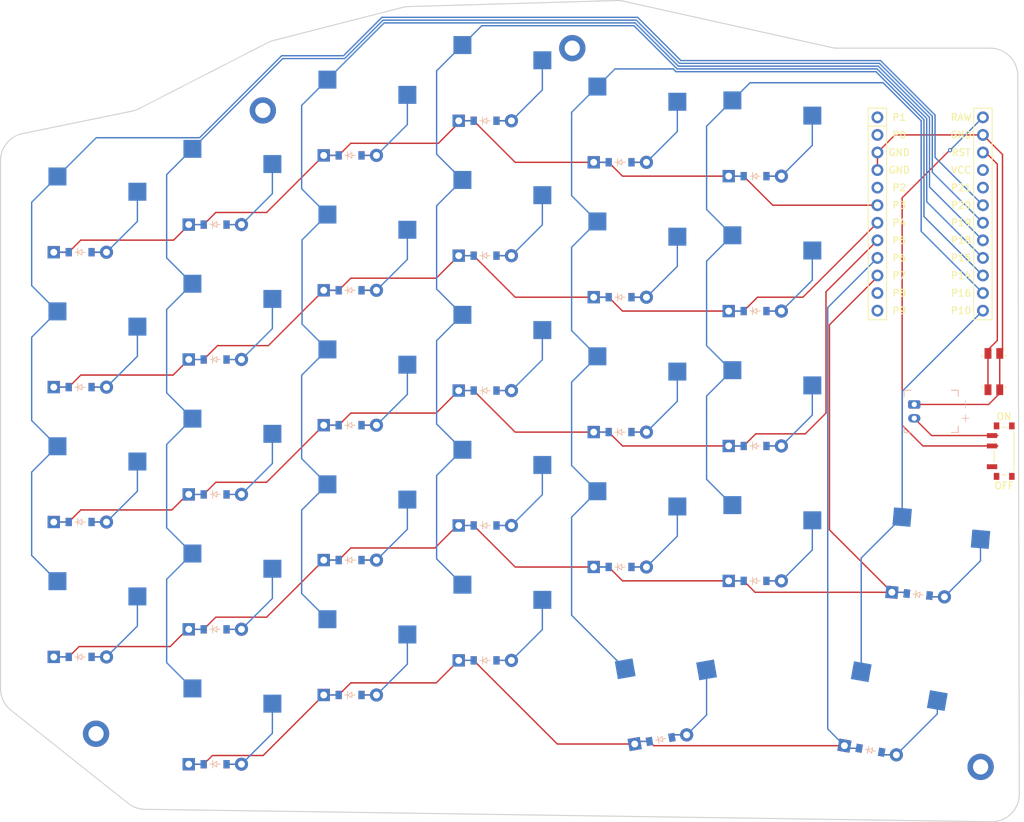
<source format=kicad_pcb>
(kicad_pcb (version 20241229) (generator "pcbnew") (generator_version "9.0")
  (title_block (title "left") (date "2025-06-02") (rev "v1.0.0") (company "Unknown"))
  (layers (0 "F.Cu" signal) (2 "B.Cu" signal) (13 "F.Paste" user) (15 "B.Paste" user) (5 "F.SilkS" user "F.Silkscreen") (7 "B.SilkS" user "B.Silkscreen") (1 "F.Mask" user) (3 "B.Mask" user) (25 "Edge.Cuts" user))
  (net 0 "")
  (net 1 "P20")
  (net 2 "outer_row0")
  (net 3 "outer_row1")
  (net 4 "outer_row2")
  (net 5 "outer_row3")
  (net 6 "P19")
  (net 7 "pinky_arrow")
  (net 8 "pinky_row0")
  (net 9 "pinky_row1")
  (net 10 "pinky_row2")
  (net 11 "pinky_row3")
  (net 12 "P18")
  (net 13 "ring_arrow")
  (net 14 "ring_row0")
  (net 15 "ring_row1")
  (net 16 "ring_row2")
  (net 17 "ring_row3")
  (net 18 "P15")
  (net 19 "middle_arrow")
  (net 20 "middle_row0")
  (net 21 "middle_row1")
  (net 22 "middle_row2")
  (net 23 "middle_row3")
  (net 24 "P14")
  (net 25 "index_row0")
  (net 26 "index_row1")
  (net 27 "index_row2")
  (net 28 "index_row3")
  (net 29 "P16")
  (net 30 "inner_row0")
  (net 31 "inner_row1")
  (net 32 "inner_row2")
  (net 33 "inner_row3")
  (net 34 "near_thumbs")
  (net 35 "P10")
  (net 36 "long_thumbs")
  (net 37 "one_bracket")
  (net 38 "P7")
  (net 39 "P5")
  (net 40 "P4")
  (net 41 "P3")
  (net 42 "P6")
  (net 43 "RAW")
  (net 44 "GND")
  (net 45 "RST")
  (net 46 "VCC")
  (net 47 "P21")
  (net 48 "P1")
  (net 49 "P0")
  (net 50 "P2")
  (net 51 "P8")
  (net 52 "P9")
  (net 53 "BAT_P")
  (footprint "ceoloide:mcu_nice_nano" (layer "F.Cu") (at 172.8 120.2)
    (property "Reference" "MCU1" (hide yes))
    (property "Value" "")
  )
  (footprint "ComboDiode" (layer "F.Cu") (at 171.064221 176.480974 -5)
    (property "Reference" "D30" (hide yes))
    (property "Value" "" (hide yes))
  )
  (footprint "PG1350" (layer "F.Cu") (at 147.5 111)
    (property "Reference" "S27" (hide yes))
    (property "Value" "" (hide yes))
  )
  (footprint "ComboDiode" (layer "F.Cu") (at 69.5 181.5)
    (property "Reference" "D6" (hide yes))
    (property "Value" "" (hide yes))
  )
  (footprint "PG1350" (layer "F.Cu") (at 89 186)
    (property "Reference" "S10" (hide yes))
    (property "Value" "" (hide yes))
  )
  (footprint "ComboDiode" (layer "F.Cu") (at 108.5 186)
    (property "Reference" "D15" (hide yes))
    (property "Value" "" (hide yes))
  )
  (footprint "PG1350" (layer "F.Cu") (at 108.5 142)
    (property "Reference" "S17" (hide yes))
    (property "Value" "" (hide yes))
  )
  (footprint "PG1350" (layer "F.Cu") (at 108.5 181)
    (property "Reference" "S15" (hide yes))
    (property "Value" "" (hide yes))
  )
  (footprint "ComboDiode" (layer "F.Cu") (at 133.868241 197.424039 10)
    (property "Reference" "D28" (hide yes))
    (property "Value" "" (hide yes))
  )
  (footprint "PG1350" (layer "F.Cu") (at 128 167.5)
    (property "Reference" "S20" (hide yes))
    (property "Value" "" (hide yes))
  )
  (footprint "ComboDiode" (layer "F.Cu") (at 128 114)
    (property "Reference" "D23" (hide yes))
    (property "Value" "" (hide yes))
  )
  (footprint "ComboDiode" (layer "F.Cu") (at 147.5 116)
    (property "Reference" "D27" (hide yes))
    (property "Value" "" (hide yes))
  )
  (footprint "ComboDiode" (layer "F.Cu") (at 147.5 135.5)
    (property "Reference" "D26" (hide yes))
    (property "Value" "" (hide yes))
  )
  (footprint "ceoloide:mounting_hole_plated" (layer "F.Cu") (at 180.089012 201.388685 -10)
    (property "Reference" "H3" (hide yes))
    (property "Value" "")
  )
  (footprint "ComboDiode" (layer "F.Cu") (at 50 146.5)
    (property "Reference" "D3" (hide yes))
    (property "Value" "" (hide yes))
  )
  (footprint "PG1350" (layer "F.Cu") (at 108.5 122.5)
    (property "Reference" "S18" (hide yes))
    (property "Value" "" (hide yes))
  )
  (footprint "PG1350" (layer "F.Cu") (at 50 122)
    (property "Reference" "S4" (hide yes))
    (property "Value" "" (hide yes))
  )
  (footprint "ComboDiode" (layer "F.Cu") (at 164.164148 198.986872 -10)
    (property "Reference" "D29" (hide yes))
    (property "Value" "" (hide yes))
  )
  (footprint "ceoloide:mounting_hole_plated" (layer "F.Cu") (at 52.3 196.6)
    (property "Reference" "H1" (hide yes))
    (property "Value" "")
  )
  (footprint "PG1350" (layer "F.Cu") (at 50 180.5)
    (property "Reference" "S1" (hide yes))
    (property "Value" "" (hide yes))
  )
  (footprint "PG1350" (layer "F.Cu") (at 128 128.5)
    (property "Reference" "S22" (hide yes))
    (property "Value" "" (hide yes))
  )
  (footprint "PG1350" (layer "F.Cu") (at 69.5 157)
    (property "Reference" "S7" (hide yes))
    (property "Value" "" (hide yes))
  )
  (footprint "PG1350" (layer "F.Cu") (at 108.5 103)
    (property "Reference" "S19" (hide yes))
    (property "Value" "" (hide yes))
  )
  (footprint "ComboDiode" (layer "F.Cu") (at 89 171.5)
    (property "Reference" "D11" (hide yes))
    (property "Value" "" (hide yes))
  )
  (footprint "ComboDiode" (layer "F.Cu") (at 89 113)
    (property "Reference" "D14" (hide yes))
    (property "Value" "" (hide yes))
  )
  (footprint "ComboDiode" (layer "F.Cu") (at 89 191)
    (property "Reference" "D10" (hide yes))
    (property "Value" "" (hide yes))
  )
  (footprint "PG1350" (layer "F.Cu") (at 89 127.5)
    (property "Reference" "S13" (hide yes))
    (property "Value" "" (hide yes))
  )
  (footprint "ComboDiode" (layer "F.Cu") (at 69.5 162)
    (property "Reference" "D7" (hide yes))
    (property "Value" "" (hide yes))
  )
  (footprint "PG1350" (layer "F.Cu") (at 50 141.5)
    (property "Reference" "S3" (hide yes))
    (property "Value" "" (hide yes))
  )
  (footprint "PG1350" (layer "F.Cu") (at 89 147)
    (property "Reference" "S12" (hide yes))
    (property "Value" "" (hide yes))
  )
  (footprint "ComboDiode" (layer "F.Cu") (at 128 153)
    (property "Reference" "D21" (hide yes))
    (property "Value" "" (hide yes))
  )
  (footprint "PG1350" (layer "F.Cu") (at 147.5 130.5)
    (property "Reference" "S26" (hide yes))
    (property "Value" "" (hide yes))
  )
  (footprint "ceoloide:power_switch_smd_side" (layer "F.Cu") (at 183.475 155.75)
    (property "Reference" "PWR1" (hide yes))
    (property "Value" "")
  )
  (footprint "PG1350" (layer "F.Cu") (at 128 109)
    (property "Reference" "S23" (hide yes))
    (property "Value" "" (hide yes))
  )
  (footprint "ComboDiode" (layer "F.Cu") (at 128 172.5)
    (property "Reference" "D20" (hide yes))
    (property "Value" "" (hide yes))
  )
  (footprint "ComboDiode" (layer "F.Cu") (at 50 185.5)
    (property "Reference" "D1" (hide yes))
    (property "Value" "" (hide yes))
  )
  (footprint "PG1350" (layer "F.Cu") (at 147.5 169.5)
    (property "Reference" "S24" (hide yes))
    (property "Value" "" (hide yes))
  )
  (footprint "ComboDiode" (layer "F.Cu") (at 147.5 174.5)
    (property "Reference" "D24" (hide yes))
    (property "Value" "" (hide yes))
  )
  (footprint "ComboDiode" (layer "F.Cu") (at 108.5 166.5)
    (property "Reference" "D16" (hide yes))
    (property "Value" "" (hide yes))
  )
  (footprint "ComboDiode" (layer "F.Cu") (at 69.5 142.5)
    (property "Reference" "D8" (hide yes))
    (property "Value" "" (hide yes))
  )
  (footprint "ComboDiode" (layer "F.Cu") (at 89 152)
    (property "Reference" "D12" (hide yes))
    (property "Value" "" (hide yes))
  )
  (footprint "ComboDiode" (layer "F.Cu") (at 147.5 155)
    (property "Reference" "D25" (hide yes))
    (property "Value" "" (hide yes))
  )
  (footprint "ComboDiode" (layer "F.Cu") (at 128 133.5)
    (property "Reference" "D22" (hide yes))
    (property "Value" "" (hide yes))
  )
  (footprint "ceoloide:reset_switch_smd_side" (layer "F.Cu") (at 182 144.25 -90)
    (property "Reference" "RST1" (hide yes))
    (property "Value" "")
  )
  (footprint "ComboDiode" (layer "F.Cu") (at 50 127)
    (property "Reference" "D4" (hide yes))
    (property "Value" "" (hide yes))
  )
  (footprint "PG1350" (layer "F.Cu") (at 89 166.5)
    (property "Reference" "S11" (hide yes))
    (property "Value" "" (hide yes))
  )
  (footprint "PG1350" (layer "F.Cu") (at 171.5 171.5 -5)
    (property "Reference" "S30" (hide yes))
    (property "Value" "" (hide yes))
  )
  (footprint "PG1350" (layer "F.Cu") (at 69.5 196)
    (property "Reference" "S5" (hide yes))
    (property "Value" "" (hide yes))
  )
  (footprint "PG1350" (layer "F.Cu") (at 165.032388 194.062834 -10)
    (property "Reference" "S29" (hide yes))
    (property "Value" "" (hide yes))
  )
  (footprint "ComboDiode" (layer "F.Cu") (at 69.5 201)
    (property "Reference" "D5" (hide yes))
    (property "Value" "" (hide yes))
  )
  (footprint "ComboDiode" (layer "F.Cu") (at 50 166)
    (property "Reference" "D2" (hide yes))
    (property "Value" "" (hide yes))
  )
  (footprint "PG1350" (layer "F.Cu") (at 133 192.5 10)
    (property "Reference" "S28" (hide yes))
    (property "Value" "" (hide yes))
  )
  (footprint "PG1350" (layer "F.Cu") (at 89 108)
    (property "Reference" "S14" (hide yes))
    (property "Value" "" (hide yes))
  )
  (footprint "PG1350" (layer "F.Cu") (at 69.5 137.5)
    (property "Reference" "S8" (hide yes))
    (property "Value" "" (hide yes))
  )
  (footprint "ceoloide:mounting_hole_plated" (layer "F.Cu") (at 76.4 106.5)
    (property "Reference" "H2" (hide yes))
    (property "Value" "")
  )
  (footprint "PG1350" (layer "F.Cu") (at 147.5 150)
    (property "Reference" "S25" (hide yes))
    (property "Value" "" (hide yes))
  )
  (footprint "ComboDiode" (layer "F.Cu") (at 69.5 123)
    (property "Reference" "D9" (hide yes))
    (property "Value" "" (hide yes))
  )
  (footprint "PG1350" (layer "F.Cu") (at 128 148)
    (property "Reference" "S21" (hide yes))
    (property "Value" "" (hide yes))
  )
  (footprint "ComboDiode" (layer "F.Cu") (at 108.5 127.5)
    (property "Reference" "D18" (hide yes))
    (property "Value" "" (hide yes))
  )
  (footprint "PG1350" (layer "F.Cu") (at 108.5 161.5)
    (property "Reference" "S16" (hide yes))
    (property "Value" "" (hide yes))
  )
  (footprint "PG1350" (layer "F.Cu") (at 50 161)
    (property "Reference" "S2" (hide yes))
    (property "Value" "" (hide yes))
  )
  (footprint "PG1350" (layer "F.Cu") (at 69.5 176.5)
    (property "Reference" "S6" (hide yes))
    (property "Value" "" (hide yes))
  )
  (footprint "ComboDiode" (layer "F.Cu") (at 89 132.5)
    (property "Reference" "D13" (hide yes))
    (property "Value" "" (hide yes))
  )
  (footprint "ComboDiode" (layer "F.Cu") (at 108.5 108)
    (property "Reference" "D19" (hide yes))
    (property "Value" "" (hide yes))
  )
  (footprint "PG1350" (layer "F.Cu") (at 69.5 118)
    (property "Reference" "S9" (hide yes))
    (property "Value" "" (hide yes))
  )
  (footprint "ceoloide:mounting_hole_plated" (layer "F.Cu") (at 121.1 97.5)
    (property "Reference" "H4" (hide yes))
    (property "Value" "")
  )
  (footprint "ComboDiode" (layer "F.Cu") (at 108.5 147)
    (property "Reference" "D17" (hide yes))
    (property "Value" "" (hide yes))
  )
  (footprint "ceoloide:battery_connector_jst_ph_2" (layer "B.Cu") (at 170.5 150 90)
    (property "Reference" "JST1" (hide yes))
    (property "Value" "")
  )
  (gr_arc (start 96.56818 91.610723) (mid 97.003456 91.52452) (end 97.445602 91.487063) (stroke (width 0.15)) (layer "Edge.Cuts"))
  (gr_arc (start 181.458429 97.5) (mid 184.283853 98.668601) (end 185.45842 101.491562) (stroke (width 0.15)) (layer "Edge.Cuts"))
  (gr_arc (start 159.43978 97.5) (mid 159.002635 97.476039) (end 158.570725 97.404452) (stroke (width 0.15)) (layer "Edge.Cuts"))
  (gr_arc (start 185.677431 205.314074) (mid 184.487949 208.168749) (end 181.618489 209.322077) (stroke (width 0.15)) (layer "Edge.Cuts"))
  (gr_line (start 128.486717 90.708334) (end 158.570725 97.404452) (stroke (width 0.15)) (layer "Edge.Cuts"))
  (gr_line (start 38.5 190.069777) (end 38.5 113.762775) (stroke (width 0.15)) (layer "Edge.Cuts"))
  (gr_line (start 97.445602 91.487063) (end 127.501582 90.61447) (stroke (width 0.15)) (layer "Edge.Cuts"))
  (gr_arc (start 59.362956 207.520089) (mid 58.076001 207.287295) (end 56.932931 206.651817) (stroke (width 0.15)) (layer "Edge.Cuts"))
  (gr_line (start 56.932931 206.651817) (end 40.011024 193.20107) (stroke (width 0.15)) (layer "Edge.Cuts"))
  (gr_arc (start 38.5 113.762775) (mid 39.400404 111.234459) (end 41.696224 109.844364) (stroke (width 0.15)) (layer "Edge.Cuts"))
  (gr_line (start 185.45842 101.491562) (end 185.677431 205.314074) (stroke (width 0.15)) (layer "Edge.Cuts"))
  (gr_arc (start 77.101762 96.704225) (mid 77.508849 96.523337) (end 77.933526 96.388839) (stroke (width 0.15)) (layer "Edge.Cuts"))
  (gr_line (start 77.933526 96.388839) (end 96.56818 91.610723) (stroke (width 0.15)) (layer "Edge.Cuts"))
  (gr_arc (start 127.501582 90.61447) (mid 127.997064 90.630815) (end 128.486717 90.708334) (stroke (width 0.15)) (layer "Edge.Cuts"))
  (gr_line (start 181.618489 209.322077) (end 59.362956 207.520089) (stroke (width 0.15)) (layer "Edge.Cuts"))
  (gr_arc (start 40.011024 193.20107) (mid 38.897516 191.808179) (end 38.5 190.069777) (stroke (width 0.15)) (layer "Edge.Cuts"))
  (gr_line (start 159.43978 97.5) (end 181.458429 97.5) (stroke (width 0.15)) (layer "Edge.Cuts"))
  (gr_arc (start 58.486214 106.250659) (mid 57.987677 106.464953) (end 57.464724 106.6098) (stroke (width 0.15)) (layer "Edge.Cuts"))
  (gr_line (start 58.486214 106.250659) (end 77.101762 96.704225) (stroke (width 0.15)) (layer "Edge.Cuts"))
  (gr_line (start 41.696224 109.844364) (end 57.464724 106.6098) (stroke (width 0.15)) (layer "Edge.Cuts"))
  (segment (start 43 151.325) (end 46.725 155.05) (width 0.2) (layer "B.Cu") (net 1))
  (segment (start 79.1089 98.599) (end 88.0418 98.599) (width 0.2) (layer "B.Cu") (net 1))
  (segment (start 165.6325 99.297) (end 173.505 107.1695) (width 0.2) (layer "B.Cu") (net 1))
  (segment (start 67.2589 110.449) (end 79.1089 98.599) (width 0.2) (layer "B.Cu") (net 1))
  (segment (start 46.725 116.05) (end 52.326 110.449) (width 0.2) (layer "B.Cu") (net 1))
  (segment (start 43 158.775) (end 43 170.825) (width 0.2) (layer "B.Cu") (net 1))
  (segment (start 43 139.275) (end 43 151.325) (width 0.2) (layer "B.Cu") (net 1))
  (segment (start 46.725 135.55) (end 43 139.275) (width 0.2) (layer "B.Cu") (net 1))
  (segment (start 130.547 93.047) (end 136.797 99.297) (width 0.2) (layer "B.Cu") (net 1))
  (segment (start 88.0418 98.599) (end 93.5938 93.047) (width 0.2) (layer "B.Cu") (net 1))
  (segment (start 173.505 113.285) (end 180.42 120.2) (width 0.2) (layer "B.Cu") (net 1))
  (segment (start 43 131.825) (end 46.725 135.55) (width 0.2) (layer "B.Cu") (net 1))
  (segment (start 93.5938 93.047) (end 130.547 93.047) (width 0.2) (layer "B.Cu") (net 1))
  (segment (start 136.797 99.297) (end 165.6325 99.297) (width 0.2) (layer "B.Cu") (net 1))
  (segment (start 46.725 116.05) (end 43 119.775) (width 0.2) (layer "B.Cu") (net 1))
  (segment (start 52.326 110.449) (end 67.2589 110.449) (width 0.2) (layer "B.Cu") (net 1))
  (segment (start 46.725 155.05) (end 43 158.775) (width 0.2) (layer "B.Cu") (net 1))
  (segment (start 173.505 107.1695) (end 173.505 113.285) (width 0.2) (layer "B.Cu") (net 1))
  (segment (start 43 119.775) (end 43 131.825) (width 0.2) (layer "B.Cu") (net 1))
  (segment (start 43 170.825) (end 46.725 174.55) (width 0.2) (layer "B.Cu") (net 1))
  (segment (start 53.81 185.5) (end 51.65 185.5) (width 0.2) (layer "F.Cu") (net 2))
  (segment (start 58.275 181.035) (end 53.81 185.5) (width 0.2) (layer "B.Cu") (net 2))
  (segment (start 53.81 185.5) (end 51.65 185.5) (width 0.2) (layer "B.Cu") (net 2))
  (segment (start 58.275 176.75) (end 58.275 181.035) (width 0.2) (layer "B.Cu") (net 2))
  (segment (start 53.81 166) (end 51.65 166) (width 0.2) (layer "F.Cu") (net 3))
  (segment (start 58.275 157.25) (end 58.275 161.535) (width 0.2) (layer "B.Cu") (net 3))
  (segment (start 58.275 161.535) (end 53.81 166) (width 0.2) (layer "B.Cu") (net 3))
  (segment (start 53.81 166) (end 51.65 166) (width 0.2) (layer "B.Cu") (net 3))
  (segment (start 53.81 146.5) (end 51.65 146.5) (width 0.2) (layer "F.Cu") (net 4))
  (segment (start 53.81 146.5) (end 51.65 146.5) (width 0.2) (layer "B.Cu") (net 4))
  (segment (start 58.275 137.75) (end 58.275 142.035) (width 0.2) (layer "B.Cu") (net 4))
  (segment (start 58.275 142.035) (end 53.81 146.5) (width 0.2) (layer "B.Cu") (net 4))
  (segment (start 53.81 127) (end 51.65 127) (width 0.2) (layer "F.Cu") (net 5))
  (segment (start 58.275 118.25) (end 58.275 122.535) (width 0.2) (layer "B.Cu") (net 5))
  (segment (start 58.275 122.535) (end 53.81 127) (width 0.2) (layer "B.Cu") (net 5))
  (segment (start 53.81 127) (end 51.65 127) (width 0.2) (layer "B.Cu") (net 5))
  (segment (start 62.5 127.825) (end 66.225 131.55) (width 0.2) (layer "B.Cu") (net 6))
  (segment (start 66.225 112.05) (end 62.5 115.775) (width 0.2) (layer "B.Cu") (net 6))
  (segment (start 62.5 135.275) (end 62.5 147.325) (width 0.2) (layer "B.Cu") (net 6))
  (segment (start 136.5822 99.698) (end 165.4664 99.698) (width 0.2) (layer "B.Cu") (net 6))
  (segment (start 62.5 147.325) (end 66.225 151.05) (width 0.2) (layer "B.Cu") (net 6))
  (segment (start 93.7599 93.448) (end 130.3322 93.448) (width 0.2) (layer "B.Cu") (net 6))
  (segment (start 62.5 115.775) (end 62.5 127.825) (width 0.2) (layer "B.Cu") (net 6))
  (segment (start 66.225 151.05) (end 62.5 154.775) (width 0.2) (layer "B.Cu") (net 6))
  (segment (start 66.225 112.05) (end 79.275 99) (width 0.2) (layer "B.Cu") (net 6))
  (segment (start 66.225 131.55) (end 62.5 135.275) (width 0.2) (layer "B.Cu") (net 6))
  (segment (start 66.225 170.55) (end 62.5 174.275) (width 0.2) (layer "B.Cu") (net 6))
  (segment (start 165.4664 99.698) (end 173.104 107.3356) (width 0.2) (layer "B.Cu") (net 6))
  (segment (start 62.5 154.775) (end 62.5 166.825) (width 0.2) (layer "B.Cu") (net 6))
  (segment (start 173.104 107.3356) (end 173.104 115.424) (width 0.2) (layer "B.Cu") (net 6))
  (segment (start 79.275 99) (end 88.2079 99) (width 0.2) (layer "B.Cu") (net 6))
  (segment (start 62.5 186.325) (end 66.225 190.05) (width 0.2) (layer "B.Cu") (net 6))
  (segment (start 173.104 115.424) (end 180.42 122.74) (width 0.2) (layer "B.Cu") (net 6))
  (segment (start 130.3322 93.448) (end 136.5822 99.698) (width 0.2) (layer "B.Cu") (net 6))
  (segment (start 62.5 166.825) (end 66.225 170.55) (width 0.2) (layer "B.Cu") (net 6))
  (segment (start 88.2079 99) (end 93.7599 93.448) (width 0.2) (layer "B.Cu") (net 6))
  (segment (start 62.5 174.275) (end 62.5 186.325) (width 0.2) (layer "B.Cu") (net 6))
  (segment (start 73.31 201) (end 71.15 201) (width 0.2) (layer "F.Cu") (net 7))
  (segment (start 73.31 201) (end 71.15 201) (width 0.2) (layer "B.Cu") (net 7))
  (segment (start 77.775 192.25) (end 77.775 196.535) (width 0.2) (layer "B.Cu") (net 7))
  (segment (start 77.775 196.535) (end 73.31 201) (width 0.2) (layer "B.Cu") (net 7))
  (segment (start 73.31 181.5) (end 71.15 181.5) (width 0.2) (layer "F.Cu") (net 8))
  (segment (start 77.775 177.035) (end 73.31 181.5) (width 0.2) (layer "B.Cu") (net 8))
  (segment (start 77.775 172.75) (end 77.775 177.035) (width 0.2) (layer "B.Cu") (net 8))
  (segment (start 73.31 181.5) (end 71.15 181.5) (width 0.2) (layer "B.Cu") (net 8))
  (segment (start 73.31 162) (end 71.15 162) (width 0.2) (layer "F.Cu") (net 9))
  (segment (start 77.775 153.25) (end 77.775 157.535) (width 0.2) (layer "B.Cu") (net 9))
  (segment (start 77.775 157.535) (end 73.31 162) (width 0.2) (layer "B.Cu") (net 9))
  (segment (start 73.31 162) (end 71.15 162) (width 0.2) (layer "B.Cu") (net 9))
  (segment (start 73.31 142.5) (end 71.15 142.5) (width 0.2) (layer "F.Cu") (net 10))
  (segment (start 73.31 142.5) (end 71.15 142.5) (width 0.2) (layer "B.Cu") (net 10))
  (segment (start 77.775 138.035) (end 73.31 142.5) (width 0.2) (layer "B.Cu") (net 10))
  (segment (start 77.775 133.75) (end 77.775 138.035) (width 0.2) (layer "B.Cu") (net 10))
  (segment (start 73.31 123) (end 71.15 123) (width 0.2) (layer "F.Cu") (net 11))
  (segment (start 77.775 114.25) (end 77.775 118.535) (width 0.2) (layer "B.Cu") (net 11))
  (segment (start 77.775 118.535) (end 73.31 123) (width 0.2) (layer "B.Cu") (net 11))
  (segment (start 73.31 123) (end 71.15 123) (width 0.2) (layer "B.Cu") (net 11))
  (segment (start 172.703 107.5017) (end 172.703 117.563) (width 0.2) (layer "B.Cu") (net 12))
  (segment (start 82.059376 137.384376) (end 85.725 141.05) (width 0.2) (layer "B.Cu") (net 12))
  (segment (start 172.703 117.563) (end 180.42 125.28) (width 0.2) (layer "B.Cu") (net 12))
  (segment (start 85.725 102.05) (end 82 105.775) (width 0.2) (layer "B.Cu") (net 12))
  (segment (start 82 176.325) (end 85.725 180.05) (width 0.2) (layer "B.Cu") (net 12))
  (segment (start 82.059376 125.215624) (end 82.059376 137.384376) (width 0.2) (layer "B.Cu") (net 12))
  (segment (start 85.725 102.05) (end 93.926 93.849) (width 0.2) (layer "B.Cu") (net 12))
  (segment (start 82 105.775) (end 82 117.825) (width 0.2) (layer "B.Cu") (net 12))
  (segment (start 82 117.825) (end 85.725 121.55) (width 0.2) (layer "B.Cu") (net 12))
  (segment (start 85.725 160.55) (end 82 164.275) (width 0.2) (layer "B.Cu") (net 12))
  (segment (start 130.1661 93.849) (end 136.4161 100.099) (width 0.2) (layer "B.Cu") (net 12))
  (segment (start 82 156.825) (end 85.725 160.55) (width 0.2) (layer "B.Cu") (net 12))
  (segment (start 165.3003 100.099) (end 172.703 107.5017) (width 0.2) (layer "B.Cu") (net 12))
  (segment (start 82 144.775) (end 82 156.825) (width 0.2) (layer "B.Cu") (net 12))
  (segment (start 85.725 121.55) (end 82.059376 125.215624) (width 0.2) (layer "B.Cu") (net 12))
  (segment (start 136.4161 100.099) (end 165.3003 100.099) (width 0.2) (layer "B.Cu") (net 12))
  (segment (start 93.926 93.849) (end 130.1661 93.849) (width 0.2) (layer "B.Cu") (net 12))
  (segment (start 82 164.275) (end 82 176.325) (width 0.2) (layer "B.Cu") (net 12))
  (segment (start 85.725 141.05) (end 82 144.775) (width 0.2) (layer "B.Cu") (net 12))
  (segment (start 92.81 191) (end 90.65 191) (width 0.2) (layer "F.Cu") (net 13))
  (segment (start 97.275 182.25) (end 97.275 186.535) (width 0.2) (layer "B.Cu") (net 13))
  (segment (start 97.275 186.535) (end 92.81 191) (width 0.2) (layer "B.Cu") (net 13))
  (segment (start 92.81 191) (end 90.65 191) (width 0.2) (layer "B.Cu") (net 13))
  (segment (start 92.81 171.5) (end 90.65 171.5) (width 0.2) (layer "F.Cu") (net 14))
  (segment (start 97.275 167.035) (end 92.81 171.5) (width 0.2) (layer "B.Cu") (net 14))
  (segment (start 97.275 162.75) (end 97.275 167.035) (width 0.2) (layer "B.Cu") (net 14))
  (segment (start 92.81 171.5) (end 90.65 171.5) (width 0.2) (layer "B.Cu") (net 14))
  (segment (start 92.81 152) (end 90.65 152) (width 0.2) (layer "F.Cu") (net 15))
  (segment (start 97.275 147.535) (end 92.81 152) (width 0.2) (layer "B.Cu") (net 15))
  (segment (start 97.275 143.25) (end 97.275 147.535) (width 0.2) (layer "B.Cu") (net 15))
  (segment (start 92.81 152) (end 90.65 152) (width 0.2) (layer "B.Cu") (net 15))
  (segment (start 92.81 132.5) (end 90.65 132.5) (width 0.2) (layer "F.Cu") (net 16))
  (segment (start 92.81 132.5) (end 90.65 132.5) (width 0.2) (layer "B.Cu") (net 16))
  (segment (start 97.275 128.035) (end 92.81 132.5) (width 0.2) (layer "B.Cu") (net 16))
  (segment (start 97.275 123.75) (end 97.275 128.035) (width 0.2) (layer "B.Cu") (net 16))
  (segment (start 90.65 113) (end 92.81 113) (width 0.2) (layer "F.Cu") (net 17))
  (segment (start 97.275 104.25) (end 97.275 108.535) (width 0.2) (layer "B.Cu") (net 17))
  (segment (start 92.81 113) (end 90.65 113) (width 0.2) (layer "B.Cu") (net 17))
  (segment (start 97.275 108.535) (end 92.81 113) (width 0.2) (layer "B.Cu") (net 17))
  (segment (start 101.5 151.825) (end 105.225 155.55) (width 0.2) (layer "B.Cu") (net 18))
  (segment (start 105.225 155.55) (end 101.5 159.275) (width 0.2) (layer "B.Cu") (net 18))
  (segment (start 101.5 132.325) (end 105.225 136.05) (width 0.2) (layer "B.Cu") (net 18))
  (segment (start 105.225 97.05) (end 108.025 94.25) (width 0.2) (layer "B.Cu") (net 18))
  (segment (start 101.5 159.275) (end 101.5 171.325) (width 0.2) (layer "B.Cu") (net 18))
  (segment (start 172.302 107.6678) (end 172.302 119.702) (width 0.2) (layer "B.Cu") (net 18))
  (segment (start 105.225 116.55) (end 101.5 120.275) (width 0.2) (layer "B.Cu") (net 18))
  (segment (start 101.5 171.325) (end 105.225 175.05) (width 0.2) (layer "B.Cu") (net 18))
  (segment (start 130 94.25) (end 136.25 100.5) (width 0.2) (layer "B.Cu") (net 18))
  (segment (start 108.025 94.25) (end 130 94.25) (width 0.2) (layer "B.Cu") (net 18))
  (segment (start 101.5 100.775) (end 101.5 112.825) (width 0.2) (layer "B.Cu") (net 18))
  (segment (start 101.5 139.775) (end 101.5 151.825) (width 0.2) (layer "B.Cu") (net 18))
  (segment (start 105.225 136.05) (end 101.5 139.775) (width 0.2) (layer "B.Cu") (net 18))
  (segment (start 172.302 119.702) (end 180.42 127.82) (width 0.2) (layer "B.Cu") (net 18))
  (segment (start 101.5 112.825) (end 105.225 116.55) (width 0.2) (layer "B.Cu") (net 18))
  (segment (start 105.225 97.05) (end 101.5 100.775) (width 0.2) (layer "B.Cu") (net 18))
  (segment (start 101.5 120.275) (end 101.5 132.325) (width 0.2) (layer "B.Cu") (net 18))
  (segment (start 136.25 100.5) (end 165.1342 100.5) (width 0.2) (layer "B.Cu") (net 18))
  (segment (start 165.1342 100.5) (end 172.302 107.6678) (width 0.2) (layer "B.Cu") (net 18))
  (segment (start 112.31 186) (end 110.15 186) (width 0.2) (layer "F.Cu") (net 19))
  (segment (start 112.31 186) (end 110.15 186) (width 0.2) (layer "B.Cu") (net 19))
  (segment (start 116.775 181.535) (end 112.31 186) (width 0.2) (layer "B.Cu") (net 19))
  (segment (start 116.775 177.25) (end 116.775 181.535) (width 0.2) (layer "B.Cu") (net 19))
  (segment (start 112.31 166.5) (end 110.15 166.5) (width 0.2) (layer "F.Cu") (net 20))
  (segment (start 116.775 162.035) (end 112.31 166.5) (width 0.2) (layer "B.Cu") (net 20))
  (segment (start 112.31 166.5) (end 110.15 166.5) (width 0.2) (layer "B.Cu") (net 20))
  (segment (start 116.775 157.75) (end 116.775 162.035) (width 0.2) (layer "B.Cu") (net 20))
  (segment (start 112.31 147) (end 110.15 147) (width 0.2) (layer "F.Cu") (net 21))
  (segment (start 116.775 142.535) (end 112.31 147) (width 0.2) (layer "B.Cu") (net 21))
  (segment (start 112.31 147) (end 110.15 147) (width 0.2) (layer "B.Cu") (net 21))
  (segment (start 116.775 138.25) (end 116.775 142.535) (width 0.2) (layer "B.Cu") (net 21))
  (segment (start 112.31 127.5) (end 110.15 127.5) (width 0.2) (layer "F.Cu") (net 22))
  (segment (start 116.775 123.035) (end 112.31 127.5) (width 0.2) (layer "B.Cu") (net 22))
  (segment (start 116.775 118.75) (end 116.775 123.035) (width 0.2) (layer "B.Cu") (net 22))
  (segment (start 112.31 127.5) (end 110.15 127.5) (width 0.2) (layer "B.Cu") (net 22))
  (segment (start 112.31 108) (end 110.15 108) (width 0.2) (layer "F.Cu") (net 23))
  (segment (start 116.775 99.25) (end 116.775 103.535) (width 0.2) (layer "B.Cu") (net 23))
  (segment (start 116.775 103.535) (end 112.31 108) (width 0.2) (layer "B.Cu") (net 23))
  (segment (start 112.31 108) (end 110.15 108) (width 0.2) (layer "B.Cu") (net 23))
  (segment (start 124.725 142.05) (end 121 145.775) (width 0.2) (layer "B.Cu") (net 24))
  (segment (start 127.275 100.5) (end 135.6829 100.5) (width 0.2) (layer "B.Cu") (net 24))
  (segment (start 121 138.325) (end 124.725 142.05) (width 0.2) (layer "B.Cu") (net 24))
  (segment (start 171.901 121.841) (end 180.42 130.36) (width 0.2) (layer "B.Cu") (net 24))
  (segment (start 121 126.275) (end 121 138.325) (width 0.2) (layer "B.Cu") (net 24))
  (segment (start 124.725 103.05) (end 127.275 100.5) (width 0.2) (layer "B.Cu") (net 24))
  (segment (start 124.725 161.55) (end 121 165.275) (width 0.2) (layer "B.Cu") (net 24))
  (segment (start 136.0839 100.901) (end 164.9681 100.901) (width 0.2) (layer "B.Cu") (net 24))
  (segment (start 124.725 103.05) (end 121 106.775) (width 0.2) (layer "B.Cu") (net 24))
  (segment (start 121 179.467544) (end 128.741548 187.209092) (width 0.2) (layer "B.Cu") (net 24))
  (segment (start 121 157.825) (end 124.725 161.55) (width 0.2) (layer "B.Cu") (net 24))
  (segment (start 171.901 107.8339) (end 171.901 121.841) (width 0.2) (layer "B.Cu") (net 24))
  (segment (start 135.6829 100.5) (end 136.0839 100.901) (width 0.2) (layer "B.Cu") (net 24))
  (segment (start 121 145.775) (end 121 157.825) (width 0.2) (layer "B.Cu") (net 24))
  (segment (start 124.725 122.55) (end 121 126.275) (width 0.2) (layer "B.Cu") (net 24))
  (segment (start 121 106.775) (end 121 118.825) (width 0.2) (layer "B.Cu") (net 24))
  (segment (start 164.9681 100.901) (end 171.901 107.8339) (width 0.2) (layer "B.Cu") (net 24))
  (segment (start 121 165.275) (end 121 179.467544) (width 0.2) (layer "B.Cu") (net 24))
  (segment (start 121 118.825) (end 124.725 122.55) (width 0.2) (layer "B.Cu") (net 24))
  (segment (start 131.81 172.5) (end 129.65 172.5) (width 0.2) (layer "F.Cu") (net 25))
  (segment (start 131.81 172.5) (end 129.65 172.5) (width 0.2) (layer "B.Cu") (net 25))
  (segment (start 136.275 168.035) (end 131.81 172.5) (width 0.2) (layer "B.Cu") (net 25))
  (segment (start 136.275 163.75) (end 136.275 168.035) (width 0.2) (layer "B.Cu") (net 25))
  (segment (start 131.81 153) (end 129.65 153) (width 0.2) (layer "F.Cu") (net 26))
  (segment (start 136.275 144.25) (end 136.275 148.535) (width 0.2) (layer "B.Cu") (net 26))
  (segment (start 131.81 153) (end 129.65 153) (width 0.2) (layer "B.Cu") (net 26))
  (segment (start 136.275 148.535) (end 131.81 153) (width 0.2) (layer "B.Cu") (net 26))
  (segment (start 131.81 133.5) (end 129.65 133.5) (width 0.2) (layer "F.Cu") (net 27))
  (segment (start 136.275 129.035) (end 131.81 133.5) (width 0.2) (layer "B.Cu") (net 27))
  (segment (start 131.81 133.5) (end 129.65 133.5) (width 0.2) (layer "B.Cu") (net 27))
  (segment (start 136.275 124.75) (end 136.275 129.035) (width 0.2) (layer "B.Cu") (net 27))
  (segment (start 131.81 114) (end 129.65 114) (width 0.2) (layer "F.Cu") (net 28))
  (segment (start 131.81 114) (end 129.65 114) (width 0.2) (layer "B.Cu") (net 28))
  (segment (start 136.275 109.535) (end 131.81 114) (width 0.2) (layer "B.Cu") (net 28))
  (segment (start 136.275 105.25) (end 136.275 109.535) (width 0.2) (layer "B.Cu") (net 28))
  (segment (start 171.5 123.98) (end 180.42 132.9) (width 0.2) (layer "B.Cu") (net 29))
  (segment (start 140.5 108.775) (end 140.5 120.825) (width 0.2) (layer "B.Cu") (net 29))
  (segment (start 144.225 105.05) (end 146.775 102.5) (width 0.2) (layer "B.Cu") (net 29))
  (segment (start 140.5 147.775) (end 140.5 159.825) (width 0.2) (layer "B.Cu") (net 29))
  (segment (start 171.5 108) (end 171.5 123.98) (width 0.2) (layer "B.Cu") (net 29))
  (segment (start 140.5 120.825) (end 144.225 124.55) (width 0.2) (layer "B.Cu") (net 29))
  (segment (start 166 102.5) (end 171.5 108) (width 0.2) (layer "B.Cu") (net 29))
  (segment (start 144.225 144.05) (end 140.5 147.775) (width 0.2) (layer "B.Cu") (net 29))
  (segment (start 140.5 128.275) (end 140.5 140.5) (width 0.2) (layer "B.Cu") (net 29))
  (segment (start 144.225 124.55) (end 140.5 128.275) (width 0.2) (layer "B.Cu") (net 29))
  (segment (start 140.5 140.5) (end 144.05 144.05) (width 0.2) (layer "B.Cu") (net 29))
  (segment (start 144.225 105.05) (end 140.5 108.775) (width 0.2) (layer "B.Cu") (net 29))
  (segment (start 144.05 144.05) (end 144.225 144.05) (width 0.2) (layer "B.Cu") (net 29))
  (segment (start 140.5 159.825) (end 144.225 163.55) (width 0.2) (layer "B.Cu") (net 29))
  (segment (start 146.775 102.5) (end 166 102.5) (width 0.2) (layer "B.Cu") (net 29))
  (segment (start 151.31 174.5) (end 149.15 174.5) (width 0.2) (layer "F.Cu") (net 30))
  (segment (start 151.31 174.5) (end 149.15 174.5) (width 0.2) (layer "B.Cu") (net 30))
  (segment (start 155.775 165.75) (end 155.775 170.035) (width 0.2) (layer "B.Cu") (net 30))
  (segment (start 155.775 170.035) (end 151.31 174.5) (width 0.2) (layer "B.Cu") (net 30))
  (segment (start 151.31 155) (end 149.15 155) (width 0.2) (layer "F.Cu") (net 31))
  (segment (start 155.775 146.25) (end 155.775 150.535) (width 0.2) (layer "B.Cu") (net 31))
  (segment (start 151.31 155) (end 149.15 155) (width 0.2) (layer "B.Cu") (net 31))
  (segment (start 155.775 150.535) (end 151.31 155) (width 0.2) (layer "B.Cu") (net 31))
  (segment (start 151.31 135.5) (end 149.15 135.5) (width 0.2) (layer "F.Cu") (net 32))
  (segment (start 155.775 126.75) (end 155.775 131.035) (width 0.2) (layer "B.Cu") (net 32))
  (segment (start 155.775 131.035) (end 151.31 135.5) (width 0.2) (layer "B.Cu") (net 32))
  (segment (start 151.31 135.5) (end 149.15 135.5) (width 0.2) (layer "B.Cu") (net 32))
  (segment (start 151.31 116) (end 149.15 116) (width 0.2) (layer "F.Cu") (net 33))
  (segment (start 155.775 107.25) (end 155.775 111.535) (width 0.2) (layer "B.Cu") (net 33))
  (segment (start 155.775 111.535) (end 151.31 116) (width 0.2) (layer "B.Cu") (net 33))
  (segment (start 151.31 116) (end 149.15 116) (width 0.2) (layer "B.Cu") (net 33))
  (segment (start 137.620361 196.762439) (end 135.868255 196.762439) (width 0.2) (layer "F.Cu") (net 34))
  (segment (start 135.868255 196.762439) (end 135.493174 197.13752) (width 0.2) (layer "F.Cu") (net 34))
  (segment (start 140.498103 187.370032) (end 140.498103 193.884695) (width 0.2) (layer "B.Cu") (net 34))
  (segment (start 140.498103 193.884695) (end 137.620359 196.762439) (width 0.2) (layer "B.Cu") (net 34))
  (segment (start 135.868255 196.762439) (end 135.493174 197.13752) (width 0.2) (layer "B.Cu") (net 34))
  (segment (start 137.620359 196.762439) (end 135.868255 196.762439) (width 0.2) (layer "B.Cu") (net 34))
  (segment (start 162.840349 187.63453) (end 162.840349 171.202896) (width 0.2) (layer "B.Cu") (net 35))
  (segment (start 168.756039 147.103961) (end 180.42 135.44) (width 0.2) (layer "B.Cu") (net 35))
  (segment (start 162.840349 171.202896) (end 168.756039 165.287206) (width 0.2) (layer "B.Cu") (net 35))
  (segment (start 168.756039 165.287206) (end 168.756039 147.103961) (width 0.2) (layer "B.Cu") (net 35))
  (segment (start 167.916268 199.648472) (end 166.164162 199.648472) (width 0.2) (layer "F.Cu") (net 36))
  (segment (start 166.164162 199.648472) (end 165.789081 199.273391) (width 0.2) (layer "F.Cu") (net 36))
  (segment (start 166.164162 199.648472) (end 165.789081 199.273391) (width 0.2) (layer "B.Cu") (net 36))
  (segment (start 173.832853 191.806744) (end 173.832853 193.731885) (width 0.2) (layer "B.Cu") (net 36))
  (segment (start 173.832853 193.731885) (end 167.916266 199.648472) (width 0.2) (layer "B.Cu") (net 36))
  (segment (start 167.916266 199.648472) (end 166.164162 199.648472) (width 0.2) (layer "B.Cu") (net 36))
  (segment (start 174.859723 176.813037) (end 172.896198 176.813037) (width 0.2) (layer "F.Cu") (net 37))
  (segment (start 172.896198 176.813037) (end 172.707942 176.624781) (width 0.2) (layer "F.Cu") (net 37))
  (segment (start 172.896198 176.813037) (end 172.707942 176.624781) (width 0.2) (layer "B.Cu") (net 37))
  (segment (start 180.070345 168.485484) (end 180.070345 171.602415) (width 0.2) (layer "B.Cu") (net 37))
  (segment (start 174.859723 176.813037) (end 172.896198 176.813037) (width 0.2) (layer "B.Cu") (net 37))
  (segment (start 180.070345 171.602415) (end 174.859723 176.813037) (width 0.2) (layer "B.Cu") (net 37))
  (segment (start 69.6 179.75) (end 76.94 179.75) (width 0.2) (layer "F.Cu") (net 38))
  (segment (start 106.85 166.5) (end 112.85 172.5) (width 0.2) (layer "F.Cu") (net 38))
  (segment (start 124.19 172.5) (end 126.35 172.5) (width 0.2) (layer "F.Cu") (net 38))
  (segment (start 87.35 171.5) (end 89.1 169.75) (width 0.2) (layer "F.Cu") (net 38))
  (segment (start 46.19 185.5) (end 48.35 185.5) (width 0.2) (layer "F.Cu") (net 38))
  (segment (start 165.18 130.558) (end 165.18 130.36) (width 0.2) (layer "F.Cu") (net 38))
  (segment (start 85.19 171.5) (end 87.35 171.5) (width 0.2) (layer "F.Cu") (net 38))
  (segment (start 63 184) (end 65.5 181.5) (width 0.2) (layer "F.Cu") (net 38))
  (segment (start 67.85 181.5) (end 69.6 179.75) (width 0.2) (layer "F.Cu") (net 38))
  (segment (start 112.85 172.5) (end 124.19 172.5) (width 0.2) (layer "F.Cu") (net 38))
  (segment (start 147.498911 176.148911) (end 167.268719 176.148911) (width 0.2) (layer "F.Cu") (net 38))
  (segment (start 169.232244 176.148911) (end 169.4205 176.337167) (width 0.2) (layer "F.Cu") (net 38))
  (segment (start 143.69 174.5) (end 145.85 174.5) (width 0.2) (layer "F.Cu") (net 38))
  (segment (start 65.69 181.5) (end 67.85 181.5) (width 0.2) (layer "F.Cu") (net 38))
  (segment (start 167.268719 176.148911) (end 158.25 167.130192) (width 0.2) (layer "F.Cu") (net 38))
  (segment (start 145.85 174.5) (end 147.498911 176.148911) (width 0.2) (layer "F.Cu") (net 38))
  (segment (start 49.85 184) (end 63 184) (width 0.2) (layer "F.Cu") (net 38))
  (segment (start 126.35 172.5) (end 128.35 174.5) (width 0.2) (layer "F.Cu") (net 38))
  (segment (start 101.25 169.75) (end 104.5 166.5) (width 0.2) (layer "F.Cu") (net 38))
  (segment (start 104.69 166.5) (end 106.85 166.5) (width 0.2) (layer "F.Cu") (net 38))
  (segment (start 76.94 179.75) (end 85.19 171.5) (width 0.2) (layer "F.Cu") (net 38))
  (segment (start 158.25 137.488) (end 165.18 130.558) (width 0.2) (layer "F.Cu") (net 38))
  (segment (start 167.268719 176.148911) (end 169.232244 176.148911) (width 0.2) (layer "F.Cu") (net 38))
  (segment (start 158.25 167.130192) (end 158.25 137.488) (width 0.2) (layer "F.Cu") (net 38))
  (segment (start 104.5 166.5) (end 104.69 166.5) (width 0.2) (layer "F.Cu") (net 38))
  (segment (start 48.35 185.5) (end 49.85 184) (width 0.2) (layer "F.Cu") (net 38))
  (segment (start 128.35 174.5) (end 143.69 174.5) (width 0.2) (layer "F.Cu") (net 38))
  (segment (start 89.1 169.75) (end 101.25 169.75) (width 0.2) (layer "F.Cu") (net 38))
  (segment (start 65.5 181.5) (end 65.69 181.5) (width 0.2) (layer "F.Cu") (net 38))
  (segment (start 145.85 174.5) (end 143.69 174.5) (width 0.2) (layer "B.Cu") (net 38))
  (segment (start 67.85 181.5) (end 65.69 181.5) (width 0.2) (layer "B.Cu") (net 38))
  (segment (start 126.35 172.5) (end 124.19 172.5) (width 0.2) (layer "B.Cu") (net 38))
  (segment (start 169.25 176.337167) (end 169.061744 176.148911) (width 0.2) (layer "B.Cu") (net 38))
  (segment (start 169.061744 176.148911) (end 167.268719 176.148911) (width 0.2) (layer "B.Cu") (net 38))
  (segment (start 169.4205 176.337167) (end 169.25 176.337167) (width 0.2) (layer "B.Cu") (net 38))
  (segment (start 87.35 171.5) (end 85.19 171.5) (width 0.2) (layer "B.Cu") (net 38))
  (segment (start 106.85 166.5) (end 104.69 166.5) (width 0.2) (layer "B.Cu") (net 38))
  (segment (start 48.35 185.5) (end 46.19 185.5) (width 0.2) (layer "B.Cu") (net 38))
  (segment (start 147.6 153.25) (end 154.75 153.25) (width 0.2) (layer "F.Cu") (net 39))
  (segment (start 65.5 162) (end 65.69 162) (width 0.2) (layer "F.Cu") (net 39))
  (segment (start 145.85 155) (end 143.69 155) (width 0.2) (layer "F.Cu") (net 39))
  (segment (start 126.35 153) (end 124.19 153) (width 0.2) (layer "F.Cu") (net 39))
  (segment (start 157.75 150.25) (end 157.75 132.71) (width 0.2) (layer "F.Cu") (net 39))
  (segment (start 106.85 147) (end 104.69 147) (width 0.2) (layer "F.Cu") (net 39))
  (segment (start 89.1 150.25) (end 87.35 152) (width 0.2) (layer "F.Cu") (net 39))
  (segment (start 157.75 132.71) (end 165.18 125.28) (width 0.2) (layer "F.Cu") (net 39))
  (segment (start 69.6 160.25) (end 76.94 160.25) (width 0.2) (layer "F.Cu") (net 39))
  (segment (start 145.85 155) (end 147.6 153.25) (width 0.2) (layer "F.Cu") (net 39))
  (segment (start 67.85 162) (end 69.6 160.25) (width 0.2) (layer "F.Cu") (net 39))
  (segment (start 112.85 153) (end 106.85 147) (width 0.2) (layer "F.Cu") (net 39))
  (segment (start 128.35 155) (end 126.35 153) (width 0.2) (layer "F.Cu") (net 39))
  (segment (start 154.75 153.25) (end 157.75 150.25) (width 0.2) (layer "F.Cu") (net 39))
  (segment (start 101.44 150.25) (end 89.1 150.25) (width 0.2) (layer "F.Cu") (net 39))
  (segment (start 124.19 153) (end 112.85 153) (width 0.2) (layer "F.Cu") (net 39))
  (segment (start 143.69 155) (end 128.35 155) (width 0.2) (layer "F.Cu") (net 39))
  (segment (start 87.35 152) (end 85.19 152) (width 0.2) (layer "F.Cu") (net 39))
  (segment (start 46.19 166) (end 48.35 166) (width 0.2) (layer "F.Cu") (net 39))
  (segment (start 50.1 164.25) (end 63.25 164.25) (width 0.2) (layer "F.Cu") (net 39))
  (segment (start 104.69 147) (end 101.44 150.25) (width 0.2) (layer "F.Cu") (net 39))
  (segment (start 48.35 166) (end 50.1 164.25) (width 0.2) (layer "F.Cu") (net 39))
  (segment (start 63.25 164.25) (end 65.5 162) (width 0.2) (layer "F.Cu") (net 39))
  (segment (start 76.94 160.25) (end 85.19 152) (width 0.2) (layer "F.Cu") (net 39))
  (segment (start 67.85 162) (end 65.69 162) (width 0.2) (layer "F.Cu") (net 39))
  (segment (start 126.35 153) (end 124.19 153) (width 0.2) (layer "B.Cu") (net 39))
  (segment (start 106.85 147) (end 104.69 147) (width 0.2) (layer "B.Cu") (net 39))
  (segment (start 67.85 162) (end 65.69 162) (width 0.2) (layer "B.Cu") (net 39))
  (segment (start 145.85 155) (end 143.69 155) (width 0.2) (layer "B.Cu") (net 39))
  (segment (start 48.35 166) (end 46.19 166) (width 0.2) (layer "B.Cu") (net 39))
  (segment (start 87.35 152) (end 85.19 152) (width 0.2) (layer "B.Cu") (net 39))
  (segment (start 63.44 144.75) (end 50.1 144.75) (width 0.2) (layer "F.Cu") (net 40))
  (segment (start 69.85 140.5) (end 67.85 142.5) (width 0.2) (layer "F.Cu") (net 40))
  (segment (start 85.19 132.5) (end 77.19 140.5) (width 0.2) (layer "F.Cu") (net 40))
  (segment (start 106.85 127.5) (end 104.69 127.5) (width 0.2) (layer "F.Cu") (net 40))
  (segment (start 67.85 142.5) (end 65.69 142.5) (width 0.2) (layer "F.Cu") (net 40))
  (segment (start 128.35 135.5) (end 126.35 133.5) (width 0.2) (layer "F.Cu") (net 40))
  (segment (start 65.69 142.5) (end 63.44 144.75) (width 0.2) (layer "F.Cu") (net 40))
  (segment (start 101.44 130.75) (end 89.1 130.75) (width 0.2) (layer "F.Cu") (net 40))
  (segment (start 126.35 133.5) (end 124.19 133.5) (width 0.2) (layer "F.Cu") (net 40))
  (segment (start 143.69 135.5) (end 128.35 135.5) (width 0.2) (layer "F.Cu") (net 40))
  (segment (start 112.85 133.5) (end 106.85 127.5) (width 0.2) (layer "F.Cu") (net 40))
  (segment (start 50.1 144.75) (end 48.35 146.5) (width 0.2) (layer "F.Cu") (net 40))
  (segment (start 124.19 133.5) (end 112.85 133.5) (width 0.2) (layer "F.Cu") (net 40))
  (segment (start 89.1 130.75) (end 87.35 132.5) (width 0.2) (layer "F.Cu") (net 40))
  (segment (start 77.19 140.5) (end 69.85 140.5) (width 0.2) (layer "F.Cu") (net 40))
  (segment (start 48.35 146.5) (end 46.19 146.5) (width 0.2) (layer "F.Cu") (net 40))
  (segment (start 104.69 127.5) (end 101.44 130.75) (width 0.2) (layer "F.Cu") (net 40))
  (segment (start 147.85 133.5) (end 154.42 133.5) (width 0.2) (layer "F.Cu") (net 40))
  (segment (start 154.42 133.5) (end 165.18 122.74) (width 0.2) (layer "F.Cu") (net 40))
  (segment (start 145.85 135.5) (end 147.85 133.5) (width 0.2) (layer "F.Cu") (net 40))
  (segment (start 87.35 132.5) (end 85.19 132.5) (width 0.2) (layer "F.Cu") (net 40))
  (segment (start 145.85 135.5) (end 143.69 135.5) (width 0.2) (layer "F.Cu") (net 40))
  (segment (start 126.35 133.5) (end 124.19 133.5) (width 0.2) (layer "B.Cu") (net 40))
  (segment (start 145.85 135.5) (end 143.69 135.5) (width 0.2) (layer "B.Cu") (net 40))
  (segment (start 48.35 146.5) (end 46.19 146.5) (width 0.2) (layer "B.Cu") (net 40))
  (segment (start 87.35 132.5) (end 85.19 132.5) (width 0.2) (layer "B.Cu") (net 40))
  (segment (start 106.85 127.5) (end 104.69 127.5) (width 0.2) (layer "B.Cu") (net 40))
  (segment (start 67.85 142.5) (end 65.69 142.5) (width 0.2) (layer "B.Cu") (net 40))
  (segment (start 124.19 114) (end 126.35 114) (width 0.2) (layer "F.Cu") (net 41))
  (segment (start 65.69 123) (end 67.85 123) (width 0.2) (layer "F.Cu") (net 41))
  (segment (start 46.19 127) (end 48.35 127) (width 0.2) (layer "F.Cu") (net 41))
  (segment (start 76.94 121.25) (end 85.19 113) (width 0.2) (layer "F.Cu") (net 41))
  (segment (start 104.69 108.31) (end 104.69 108) (width 0.2) (layer "F.Cu") (net 41))
  (segment (start 126.35 114) (end 128.35 116) (width 0.2) (layer "F.Cu") (net 41))
  (segment (start 104.69 108) (end 106.85 108) (width 0.2) (layer "F.Cu") (net 41))
  (segment (start 128.35 116) (end 143.69 116) (width 0.2) (layer "F.Cu") (net 41))
  (segment (start 50.1 125.25) (end 63.5 125.25) (width 0.2) (layer "F.Cu") (net 41))
  (segment (start 87.35 113) (end 89.1 111.25) (width 0.2) (layer "F.Cu") (net 41))
  (segment (start 48.35 127) (end 50.1 125.25) (width 0.2) (layer "F.Cu") (net 41))
  (segment (start 101.75 111.25) (end 104.69 108.31) (width 0.2) (layer "F.Cu") (net 41))
  (segment (start 143.69 116) (end 145.85 116) (width 0.2) (layer "F.Cu") (net 41))
  (segment (start 106.85 108) (end 112.85 114) (width 0.2) (layer "F.Cu") (net 41))
  (segment (start 69.6 121.25) (end 76.94 121.25) (width 0.2) (layer "F.Cu") (net 41))
  (segment (start 63.5 125.25) (end 65.69 123.06) (width 0.2) (layer "F.Cu") (net 41))
  (segment (start 150.05 120.2) (end 165.18 120.2) (width 0.2) (layer "F.Cu") (net 41))
  (segment (start 89.1 111.25) (end 101.75 111.25) (width 0.2) (layer "F.Cu") (net 41))
  (segment (start 112.85 114) (end 124.19 114) (width 0.2) (layer "F.Cu") (net 41))
  (segment (start 85.19 113) (end 87.35 113) (width 0.2) (layer "F.Cu") (net 41))
  (segment (start 65.69 123.06) (end 65.69 123) (width 0.2) (layer "F.Cu") (net 41))
  (segment (start 145.85 116) (end 150.05 120.2) (width 0.2) (layer "F.Cu") (net 41))
  (segment (start 67.85 123) (end 69.6 121.25) (width 0.2) (layer "F.Cu") (net 41))
  (segment (start 126.35 114) (end 124.19 114) (width 0.2) (layer "B.Cu") (net 41))
  (segment (start 106.85 108) (end 104.69 108) (width 0.2) (layer "B.Cu") (net 41))
  (segment (start 48.35 127) (end 46.19 127) (width 0.2) (layer "B.Cu") (net 41))
  (segment (start 145.85 116) (end 143.69 116) (width 0.2) (layer "B.Cu") (net 41))
  (segment (start 67.85 123) (end 65.69 123) (width 0.2) (layer "B.Cu") (net 41))
  (segment (start 87.35 113) (end 85.19 113) (width 0.2) (layer "B.Cu") (net 41))
  (segment (start 130.116123 198.085639) (end 118.935639 198.085639) (width 0.2) (layer "F.Cu") (net 42))
  (segment (start 160.41203 198.325272) (end 132.858022 198.325272) (width 0.2) (layer "F.Cu") (net 42))
  (segment (start 118.935639 198.085639) (end 106.85 186) (width 0.2) (layer "F.Cu") (net 42))
  (segment (start 87.35 191) (end 85.19 191) (width 0.2) (layer "F.Cu") (net 42))
  (segment (start 89.1 189.25) (end 87.35 191) (width 0.2) (layer "F.Cu") (net 42))
  (segment (start 67.85 201) (end 65.69 201) (width 0.2) (layer "F.Cu") (net 42))
  (segment (start 162.539215 198.700353) (end 160.787111 198.700353) (width 0.2) (layer "F.Cu") (net 42))
  (segment (start 104.69 186) (end 101.44 189.25) (width 0.2) (layer "F.Cu") (net 42))
  (segment (start 130.491204 197.710558) (end 130.116123 198.085639) (width 0.2) (layer "F.Cu") (net 42))
  (segment (start 132.243308 197.710558) (end 130.491204 197.710558) (width 0.2) (layer "F.Cu") (net 42))
  (segment (start 85.19 191) (end 76.4435 199.7465) (width 0.2) (layer "F.Cu") (net 42))
  (segment (start 101.44 189.25) (end 89.1 189.25) (width 0.2) (layer "F.Cu") (net 42))
  (segment (start 106.85 186) (end 104.69 186) (width 0.2) (layer "F.Cu") (net 42))
  (segment (start 69.1035 199.7465) (end 67.85 201) (width 0.2) (layer "F.Cu") (net 42))
  (segment (start 76.4435 199.7465) (end 69.1035 199.7465) (width 0.2) (layer "F.Cu") (net 42))
  (segment (start 132.858022 198.325272) (end 132.243308 197.710558) (width 0.2) (layer "F.Cu") (net 42))
  (segment (start 160.787111 198.700353) (end 160.41203 198.325272) (width 0.2) (layer "F.Cu") (net 42))
  (segment (start 158 195.913243) (end 158 135) (width 0.2) (layer "B.Cu") (net 42))
  (segment (start 67.85 201) (end 65.69 201) (width 0.2) (layer "B.Cu") (net 42))
  (segment (start 160.412029 198.325272) (end 158 195.913243) (width 0.2) (layer "B.Cu") (net 42))
  (segment (start 162.539215 198.700353) (end 160.787109 198.700353) (width 0.2) (layer "B.Cu") (net 42))
  (segment (start 106.85 186) (end 104.69 186) (width 0.2) (layer "B.Cu") (net 42))
  (segment (start 158 135) (end 165.18 127.82) (width 0.2) (layer "B.Cu") (net 42))
  (segment (start 87.35 191) (end 85.19 191) (width 0.2) (layer "B.Cu") (net 42))
  (segment (start 132.243308 197.710558) (end 130.491202 197.710558) (width 0.2) (layer "B.Cu") (net 42))
  (segment (start 160.787109 198.700353) (end 160.412028 198.325272) (width 0.2) (layer "B.Cu") (net 42))
  (segment (start 130.491202 197.710558) (end 130.116121 198.085639) (width 0.2) (layer "B.Cu") (net 42))
  (segment (start 168.75 119.125) (end 168.75 152) (width 0.2) (layer "F.Cu") (net 43))
  (segment (start 175.625 112.25) (end 168.75 119.125) (width 0.2) (layer "F.Cu") (net 43))
  (segment (start 168.75 152) (end 171.75 155) (width 0.2) (layer "F.Cu") (net 43))
  (segment (start 175.67 112.25) (end 175.625 112.25) (width 0.2) (layer "F.Cu") (net 43))
  (segment (start 171.75 155) (end 182.565 155) (width 0.2) (layer "F.Cu") (net 43))
  (via (at 175.67 112.25) (size 0.6) (drill 0.3) (layers "F.Cu" "B.Cu") (net 43))
  (segment (start 175.67 112.25) (end 180.42 107.5) (width 0.2) (layer "B.Cu") (net 43))
  (segment (start 165.18 112.58) (end 167.72 110.04) (width 0.2) (layer "F.Cu") (net 44))
  (segment (start 182.85 141.625) (end 183.25 141.225) (width 0.2) (layer "F.Cu") (net 44))
  (segment (start 183.25 141.225) (end 183.25 112.87) (width 0.2) (layer "F.Cu") (net 44))
  (segment (start 179.79 110.04) (end 180.42 110.04) (width 0.2) (layer "F.Cu") (net 44))
  (segment (start 182.85 146.875) (end 182.85 141.625) (width 0.2) (layer "F.Cu") (net 44))
  (segment (start 182.85 147.4) (end 182.85 146.875) (width 0.2) (layer "F.Cu") (net 44))
  (segment (start 181.25 149) (end 182.85 147.4) (width 0.2) (layer "F.Cu") (net 44))
  (segment (start 170.5 149) (end 181.25 149) (width 0.2) (layer "F.Cu") (net 44))
  (segment (start 183.25 112.87) (end 180.42 110.04) (width 0.2) (layer "F.Cu") (net 44))
  (segment (start 165.18 115.12) (end 165.18 112.58) (width 0.2) (layer "F.Cu") (net 44))
  (segment (start 167.72 110.04) (end 180.42 110.04) (width 0.2) (layer "F.Cu") (net 44))
  (segment (start 180.83 112.58) (end 180.42 112.58) (width 0.2) (layer "F.Cu") (net 45))
  (segment (start 182.5 114.25) (end 180.83 112.58) (width 0.2) (layer "F.Cu") (net 45))
  (segment (start 181.15 141.625) (end 181.15 146.875) (width 0.2) (layer "F.Cu") (net 45))
  (segment (start 182.5 139.75) (end 182.5 114.25) (width 0.2) (layer "F.Cu") (net 45))
  (segment (start 181.15 141.625) (end 181.15 141.1) (width 0.2) (layer "F.Cu") (net 45))
  (segment (start 181.15 141.1) (end 182.5 139.75) (width 0.2) (layer "F.Cu") (net 45))
  (segment (start 180.73 112.58) (end 180.42 112.58) (width 0.2) (layer "B.Cu") (net 45))
  (segment (start 173 153.5) (end 182.565 153.5) (width 0.2) (layer "F.Cu") (net 53))
  (segment (start 170.5 151) (end 173 153.5) (width 0.2) (layer "F.Cu") (net 53))
)
</source>
